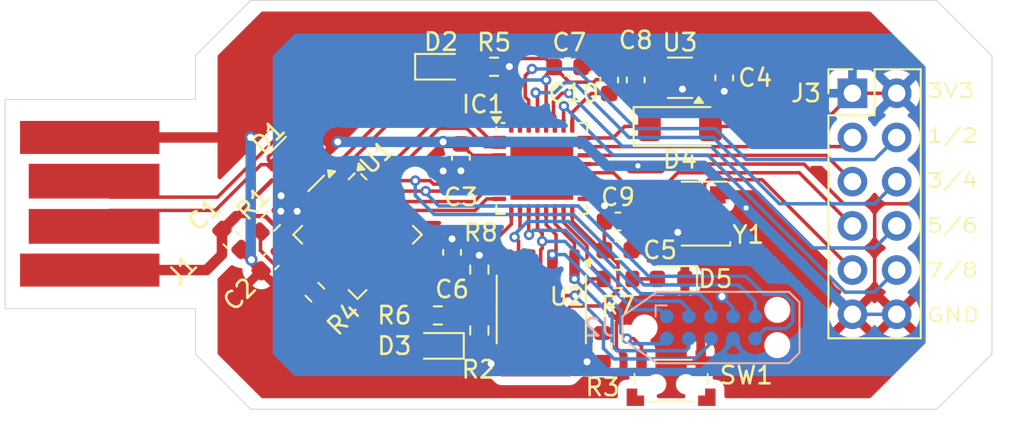
<source format=kicad_pcb>
(kicad_pcb (version 20241229) (generator "pcbnew") (generator_version "9.0")
  (layers (0 "F.Cu" signal) (2 "B.Cu" signal) (13 "F.Paste" user) (15 "B.Paste" user) (5 "F.SilkS" user "F.Silkscreen") (7 "B.SilkS" user "B.Silkscreen") (1 "F.Mask" user) (3 "B.Mask" user) (25 "Edge.Cuts" user))
  (net 0 "")
  (net 1 "GND")
  (net 2 "VBUS")
  (net 3 "+3V3")
  (net 4 "+1V2")
  (net 5 "/DN")
  (net 6 "/DP")
  (net 7 "+2V5")
  (net 8 "/SDI")
  (net 9 "/UART_DTR")
  (net 10 "/GPIO3")
  (net 11 "/GPIO1")
  (net 12 "/GPIO7")
  (net 13 "/CDONE")
  (net 14 "/SCK")
  (net 15 "/CLK32M")
  (net 16 "/GPIO6")
  (net 17 "/GPIO4")
  (net 18 "/CRESET_B")
  (net 19 "/SS")
  (net 20 "/UART_DSR")
  (net 21 "/GPIO2")
  (net 22 "/UART_RXD")
  (net 23 "/UART_DCD")
  (net 24 "/UART_CTS")
  (net 25 "/GPIO5")
  (net 26 "/GPIO8")
  (net 27 "/UART_RTS")
  (net 29 "/UART_RI")
  (net 30 "/SDO")
  (net 31 "/UART_TXD")
  (net 32 "Net-(U1-~{RST})")
  (net 33 "Net-(U2-~{WP}{slash}IO2)")
  (net 34 "Net-(U2-~{HOLD}{slash}IO3)")
  (net 35 "Net-(U1-~{SUSPEND})")
  (net 49 "Net-(D3-A)")
  (net 50 "Net-(D2-A)")
  (net 51 "Net-(D5-A)")
  (footprint "Capacitor_SMD:C_0603_1608Metric" (layer "F.Cu") (at 157.353 93.472 90)
    (property "Reference" "C8")
    (property "Value" "1u")
  )
  (footprint "Resistor_SMD:R_0603_1608Metric" (layer "F.Cu") (at 156.337 104.902)
    (property "Reference" "R7")
    (property "Value" "1k")
  )
  (footprint "Resistor_SMD:R_0603_1608Metric" (layer "F.Cu") (at 148.377999 104.370001 -90)
    (property "Reference" "R8")
    (property "Value" "10K")
  )
  (footprint "Capacitor_SMD:C_0603_1608Metric" (layer "F.Cu") (at 134.152008 102.656008 -45)
    (property "Reference" "C1")
    (property "Value" "1u")
  )
  (footprint "Resistor_SMD:R_0603_1608Metric" (layer "F.Cu") (at 138.938 105.664 -45)
    (property "Reference" "R4")
    (property "Value" "10K")
  )
  (footprint "Package_DFN_QFN:QFN-32-1EP_5x5mm_P0.5mm_EP3.6x3.6mm" (layer "F.Cu") (at 151.962 98.552)
    (property "Reference" "IC1")
    (property "Value" "ICE40LP384-SG32")
  )
  (footprint "Connector_PinHeader_2.54mm:PinHeader_2x06_P2.54mm_Vertical" (layer "F.Cu") (at 169.794 94.234)
    (property "Reference" "J3")
    (property "Value" "Conn_02x06_Odd_Even")
  )
  (footprint "Capacitor_SMD:C_0603_1608Metric" (layer "F.Cu") (at 162.432999 93.345 90)
    (property "Reference" "C4")
    (property "Value" "4u7")
  )
  (footprint "Capacitor_SMD:C_0603_1608Metric" (layer "F.Cu") (at 156.337 101.6)
    (property "Reference" "C9")
    (property "Value" "100n")
  )
  (footprint "Resistor_SMD:R_0603_1608Metric" (layer "F.Cu") (at 148.377999 107.863001 90)
    (property "Reference" "R2")
    (property "Value" "10K")
  )
  (footprint "Capacitor_SMD:C_0603_1608Metric" (layer "F.Cu") (at 156.324 103.251)
    (property "Reference" "C5")
    (property "Value" "1u")
  )
  (footprint "Oscillator:Oscillator_SMD_EuroQuartz_XO32-4Pin_3.2x2.5mm" (layer "F.Cu") (at 161.29 101.151 180)
    (property "Reference" "Y1")
    (property "Value" "XO32")
  )
  (footprint "dpiegdon:CONN-USB-A-PCB-TRACES" (layer "F.Cu") (at 121.11484 100.584 -90)
    (property "Reference" "J1" (hide yes))
    (property "Value" "USB_A" (hide yes))
  )
  (footprint "Capacitor_SMD:C_0603_1608Metric" (layer "F.Cu") (at 153.4475 92.725)
    (property "Reference" "C7")
    (property "Value" "100n")
  )
  (footprint "Capacitor_SMD:C_0603_1608Metric" (layer "F.Cu") (at 136.398 103.886 -135)
    (property "Reference" "C2")
    (property "Value" "100n")
  )
  (footprint "LED_SMD:LED_0603_1608Metric" (layer "F.Cu") (at 146.177 92.71)
    (property "Reference" "D2")
    (property "Value" "LED")
  )
  (footprint "Resistor_SMD:R_0603_1608Metric" (layer "F.Cu") (at 146 107 180)
    (property "Reference" "R6")
    (property "Value" "1k")
  )
  (footprint "Capacitor_SMD:C_0603_1608Metric" (layer "F.Cu") (at 147.32 97.917 90)
    (property "Reference" "C3")
    (property "Value" "100n")
  )
  (footprint "Package_TO_SOT_SMD:SOT-353_SC-70-5" (layer "F.Cu") (at 159.893 93.345 180)
    (property "Reference" "U3")
    (property "Value" "MIC5365-1.2YC5")
  )
  (footprint "Capacitor_SMD:C_0603_1608Metric" (layer "F.Cu") (at 146.812 103.378 -90)
    (property "Reference" "C6")
    (property "Value" "100n")
  )
  (footprint "LED_SMD:LED_0603_1608Metric" (layer "F.Cu") (at 159.385 104.902 180)
    (property "Reference" "D5")
    (property "Value" "LED")
  )
  (footprint "dpiegdon:TS-1224W_Side_Button_2x4x3.3mm_3.5mm_3.8mm_SMD_Aliexpress" (layer "F.Cu") (at 159.385 110.951 180)
    (property "Reference" "SW1")
    (property "Value" "SW_Push")
  )
  (footprint "Diode_SMD:D_MiniMELF" (layer "F.Cu") (at 159.893 96.139)
    (property "Reference" "D4")
    (property "Value" "LL4148")
  )
  (footprint "Resistor_SMD:R_0603_1608Metric" (layer "F.Cu") (at 149.225 92.71 180)
    (property "Reference" "R5")
    (property "Value" "1k")
  )
  (footprint "LED_SMD:LED_0603_1608Metric" (layer "F.Cu") (at 146 108.75 180)
    (property "Reference" "D3")
    (property "Value" "LED")
  )
  (footprint "Package_SO:SOIC-8_3.9x4.9mm_P1.27mm" (layer "F.Cu") (at 151.933999 106.656001 -90)
    (property "Reference" "U2")
    (property "Value" "AT25DF256-XMHN-T")
  )
  (footprint "Resistor_SMD:R_0603_1608Metric" (layer "F.Cu") (at 155.448 108.839 90)
    (property "Reference" "R3")
    (property "Value" "10K")
  )
  (footprint "Resistor_SMD:R_0603_1608Metric" (layer "F.Cu") (at 136.398 101.6 -135)
    (property "Reference" "R1")
    (property "Value" "4k7")
  )
  (footprint "Package_TO_SOT_SMD:SOT-143" (layer "F.Cu") (at 137.922 98.298 -135)
    (property "Reference" "D1")
    (property "Value" "PRTR5V0U2X")
  )
  (footprint "Package_DFN_QFN:QFN-28-1EP_5x5mm_P0.5mm_EP3.35x3.35mm" (layer "F.Cu") (at 141.387751 102.361072 -45)
    (property "Reference" "U1")
    (property "Value" "CP2102-QFN28")
  )
  (footprint "Capacitor_SMD:C_0603_1608Metric" (layer "F.Cu") (at 155.829 93.472 -90)
    (property "Reference" "C10")
    (property "Value" "100n")
  )
  (footprint "Connector:Tag-Connect_TC2050-IDC-NL_2x05_P1.27mm_Vertical" (layer "B.Cu") (at 161.671 107.696)
    (property "Reference" "J2")
    (property "Value" "TC2050")
  )
  (gr_line (start 132.08 106.6038) (end 121.158 106.6038) (stroke (width 0.05)) (layer "Edge.Cuts"))
  (gr_line (start 174.625 88.9) (end 177.8 92.075) (stroke (width 0.05)) (layer "Edge.Cuts"))
  (gr_line (start 132.08 92.075) (end 135.255 88.9) (stroke (width 0.05)) (layer "Edge.Cuts"))
  (gr_line (start 132.08 94.5896) (end 132.08 92.075) (stroke (width 0.05)) (layer "Edge.Cuts"))
  (gr_line (start 135.255 112.395) (end 132.08 109.22) (stroke (width 0.05)) (layer "Edge.Cuts"))
  (gr_line (start 121.158 94.5896) (end 132.08 94.5896) (stroke (width 0.05)) (layer "Edge.Cuts"))
  (gr_line (start 174.625 112.395) (end 135.255 112.395) (stroke (width 0.05)) (layer "Edge.Cuts"))
  (gr_line (start 132.08 109.22) (end 132.08 106.6038) (stroke (width 0.05)) (layer "Edge.Cuts"))
  (gr_line (start 135.255 88.9) (end 174.625 88.9) (stroke (width 0.05)) (layer "Edge.Cuts"))
  (gr_line (start 177.8 109.22) (end 174.625 112.395) (stroke (width 0.05)) (layer "Edge.Cuts"))
  (gr_line (start 121.158 106.6038) (end 121.158 94.5896) (stroke (width 0.05)) (layer "Edge.Cuts"))
  (gr_line (start 177.8 92.075) (end 177.8 109.22) (stroke (width 0.05)) (layer "Edge.Cuts"))
  (gr_text "3V3\n\n1/2\n\n3/4\n\n5/6\n\n7/8\n\nGND" (at 173.99 107.442 0) (layer "F.SilkS") (effects (font (size 0.8 1) (thickness 0.1)) (justify left bottom)))
  (segment (start 161.544 106.68) (end 156.972 106.68) (width 0.2) (layer "F.Cu") (net 1))
  (segment (start 146.787501 108.75) (end 146.787501 110.387499) (width 0.2) (layer "F.Cu") (net 1))
  (segment (start 146.3 97.028) (end 146.3 97.084) (width 0.2) (layer "F.Cu") (net 1))
  (segment (start 139.51299 98.474776) (end 139.51299 99.779204) (width 0.2) (layer "F.Cu") (net 1))
  (segment (start 162.306 105.918) (end 161.544 106.68) (width 0.2) (layer "F.Cu") (net 1))
  (segment (start 162.976 100.076) (end 162.065 100.076) (width 0.2) (layer "F.Cu") (net 1))
  (segment (start 171.069 105.659) (end 169.794 106.934) (width 0.2) (layer "F.Cu") (net 1))
  (segment (start 168.56 105.7) (end 169.794 106.934) (width 0.2) (layer "F.Cu") (net 1))
  (segment (start 162.306 105.918) (end 162.306 105.065) (width 0.2) (layer "F.Cu") (net 1))
  (segment (start 146.358 97.142) (end 147.32 97.142) (width 0.2) (layer "F.Cu") (net 1))
  (segment (start 173.228 100.584) (end 173.863 101.219) (width 0.2) (layer "F.Cu") (net 1))
  (segment (start 136.279 95.75) (end 135.255 96.774) (width 0.2) (layer "F.Cu") (net 1))
  (segment (start 162.524 105.7) (end 168.56 105.7) (width 0.2) (layer "F.Cu") (net 1))
  (segment (start 157.48 98.302) (end 157.48 98.402) (width 0.2) (layer "F.Cu") (net 1))
  (segment (start 134.704016 103.204016) (end 135.3 103.8) (width 0.2) (layer "F.Cu") (net 1))
  (segment (start 169.291 100.584) (end 171.069 100.584) (width 0.2) (layer "F.Cu") (net 1))
  (segment (start 146.812 104.153) (end 145.020072 102.361072) (width 0.2) (layer "F.Cu") (net 1))
  (segment (start 162.306 105.918) (end 162.524 105.7) (width 0.2) (layer "F.Cu") (net 1))
  (segment (start 140.25 97.028) (end 139.573 97.705) (width 0.2) (layer "F.Cu") (net 1))
  (segment (start 154.412 98.302) (end 157.48 98.302) (width 0.2) (layer "F.Cu") (net 1))
  (segment (start 138.972 95.75) (end 136.279 95.75) (width 0.2) (layer "F.Cu") (net 1))
  (segment (start 157.226 103.378) (end 157.099 103.251) (width 0.2) (layer "F.Cu") (net 1))
  (segment (start 139.159437 98.121223) (end 139.51299 98.474776) (width 0.2) (layer "F.Cu") (net 1))
  (segment (start 167.009 98.302) (end 169.291 100.584) (width 0.2) (layer "F.Cu") (net 1))
  (segment (start 135.849992 104.434008) (end 137.663347 106.247363) (width 0.2) (layer "F.Cu") (net 1))
  (segment (start 145.020072 102.361072) (end 141.387751 102.361072) (width 0.2) (layer "F.Cu") (net 1))
  (segment (start 140.640637 106.247363) (end 141.387751 105.500249) (width 0.2) (layer "F.Cu") (net 1))
  (segment (start 126.01484 96.774) (end 135.255 96.774) (width 0.6) (layer "F.Cu") (net 1))
  (segment (start 146.3 97.084) (end 146.358 97.142) (width 0.2) (layer "F.Cu") (net 1))
  (segment (start 160.59813 93.345) (end 160.842999 93.345) (width 0.2) (layer "F.Cu") (net 1))
  (segment (start 149.511999 97.802) (end 147.98 97.802) (width 0.2) (layer "F.Cu") (net 1))
  (segment (start 171.069 100.584) (end 173.228 100.584) (width 0.2) (layer "F.Cu") (net 1))
  (segment (start 140.225237 106.247363) (end 140.640637 106.247363) (width 0.2) (layer "F.Cu") (net 1))
  (segment (start 139.573 97.705) (end 139.573 97.70766) (width 0.2) (layer "F.Cu") (net 1))
  (segment (start 173.863 101.219) (end 173.863 105.405) (width 0.2) (layer "F.Cu") (net 1))
  (segment (start 146.812 104.153) (end 146.905001 104.246001) (width 0.2) (layer "F.Cu") (net 1))
  (segment (start 155.829 92.697) (end 157.353 92.697) (width 0.2) (layer "F.Cu") (net 1))
  (segment (start 147.98 97.802) (end 147.32 97.142) (width 0.2) (layer "F.Cu") (net 1))
  (segment (start 158.102 91.948) (end 159.20113 91.948) (width 0.2) (layer "F.Cu") (net 1))
  (segment (start 171.069 100.584) (end 171.069 105.659) (width 0.2) (layer "F.Cu") (net 1))
  (segment (start 141.387751 105.500249) (end 141.387751 102.361072) (width 0.2) (layer "F.Cu") (net 1))
  (segment (start 134.700016 103.204016) (end 134.704016 103.204016) (width 0.2) (layer "F.Cu") (net 1))
  (segment (start 156.718 109.347) (end 156.718 110.109) (width 0.2) (layer "F.Cu") (net 1))
  (segment (start 163.687 100.787) (end 162.976 100.076) (width 0.2) (layer "F.Cu") (net 1))
  (segment (start 156.718 110.109) (end 155.956 110.871) (width 0.2) (layer "F.Cu") (net 1))
  (segment (start 140.008893 100.275107) (end 141.387751 101.653965) (width 0.2) (layer "F.Cu") (net 1))
  (segment (start 139.51299 99.779204) (end 140.008893 100.275107) (width 0.2) (layer "F.Cu") (net 1))
  (segment (start 139.573 97.70766) (end 139.159437 98.121223) (width 0.2) (layer "F.Cu") (net 1))
  (segment (start 157.099 103.251) (end 157.099 102.362) (width 0.2) (layer "F.Cu") (net 1))
  (segment (start 155.801 92.725) (end 155.829 92.697) (width 0.2) (layer "F.Cu") (net 1))
  (segment (start 157.099 102.362) (end 157.099 101.613) (width 0.2) (layer "F.Cu") (net 1))
  (segment (start 140.25 97.028) (end 138.972 95.75) (width 0.2) (layer "F.Cu") (net 1))
  (segment (start 157.353 92.697) (end 158.102 91.948) (width 0.2) (layer "F.Cu") (net 1))
  (segment (start 156.244 108.873) (end 156.718 109.347) (width 0.2) (layer "F.Cu") (net 1))
  (segment (start 139.521363 106.247363) (end 140.225237 106.247363) (width 0.2) (layer "F.Cu") (net 1))
  (segment (start 137.663347 106.247363) (end 139.521363 106.247363) (width 0.2) (layer "F.Cu") (net 1))
  (segment (start 159.20113 91.948) (end 160.59813 93.345) (width 0.2) (layer "F.Cu") (net 1))
  (segment (start 173.863 105.405) (end 172.334 106.934) (width 0.2) (layer "F.Cu") (net 1))
  (segment (start 156.972 106.68) (end 156.244 107.408) (width 0.2) (layer "F.Cu") (net 1))
  (segment (start 146.905001 104.246001) (end 149.963999 104.246001) (width 0.2) (layer "F.Cu") (net 1))
  (segment (start 163.687 100.827) (end 163.687 100.787) (width 0.2) (layer "F.Cu") (net 1))
  (segment (start 154.2225 92.725) (end 155.801 92.725) (width 0.2) (layer "F.Cu") (net 1))
  (segment (start 157.099 101.613) (end 157.112 101.6) (width 0.2) (layer "F.Cu") (net 1))
  (segment (start 156.244 107.408) (end 156.244 108.873) (width 0.2) (layer "F.Cu") (net 1))
  (segment (start 162.306 105.065) (end 160.619 103.378) (width 0.2) (layer "F.Cu") (net 1))
  (segment (start 141.387751 101.653965) (end 141.387751 102.361072) (width 0.2) (layer "F.Cu") (net 1))
  (segment (start 157.48 98.302) (end 167.009 98.302) (width 0.2) (layer "F.Cu") (net 1))
  (segment (start 160.619 103.378) (end 157.226 103.378) (width 0.2) (layer "F.Cu") (net 1))
  (segment (start 149.963999 104.246001) (end 150.028999 104.181001) (width 0.2) (layer "F.Cu") (net 1))
  (via (at 162.306 105.918) (size 0.7) (drill 0.4) (layers "F.Cu" "B.Cu") (net 1))
  (via (at 157.48 98.402) (size 0.6) (drill 0.3) (layers "F.Cu" "B.Cu") (net 1))
  (via (at 146.3 97.028) (size 0.7) (drill 0.4) (layers "F.Cu" "B.Cu") (net 1))
  (via (at 135.3 103.8) (size 0.7) (drill 0.4) (layers "F.Cu" "B.Cu") (net 1))
  (via (at 140.25 97.028) (size 0.7) (drill 0.4) (layers "F.Cu" "B.Cu") (net 1))
  (via (at 135.255 96.774) (size 0.7) (drill 0.4) (layers "F.Cu" "B.Cu") (net 1))
  (via (at 163.687 100.827) (size 0.6) (drill 0.3) (layers "F.Cu" "B.Cu") (net 1))
  (segment (start 146.3 97.2) (end 146.3 97.028) (width 0.2) (layer "B.Cu") (net 1))
  (segment (start 155.679 98.402) (end 154.305 97.028) (width 0.6) (layer "B.Cu") (net 1))
  (segment (start 140.25 97.028) (end 146.3 97.028) (width 0.6) (layer "B.Cu") (net 1))
  (segment (start 161.262 98.402) (end 163.687 100.827) (width 0.6) (layer "B.Cu") (net 1))
  (segment (start 154.305 97.028) (end 146.3 97.028) (width 0.6) (layer "B.Cu") (net 1))
  (segment (start 163.687 100.827) (end 169.794 106.934) (width 0.6) (layer "B.Cu") (net 1))
  (segment (start 162.941 106.553) (end 162.941 107.061) (width 0.2) (layer "B.Cu") (net 1))
  (segment (start 169.794 106.934) (end 172.334 106.934) (width 0.2) (layer "B.Cu") (net 1))
  (segment (start 157.48 98.402) (end 161.262 98.402) (width 0.6) (layer "B.Cu") (net 1))
  (segment (start 157.48 98.402) (end 155.679 98.402) (width 0.6) (layer "B.Cu") (net 1))
  (segment (start 135.255 103.755) (end 135.255 96.774) (width 0.6) (layer "B.Cu") (net 1))
  (segment (start 162.306 105.918) (end 162.941 106.553) (width 0.2) (layer "B.Cu") (net 1))
  (segment (start 137.521 102.763) (end 137.521 102.723) (width 0.25) (layer "F.Cu") (net 2))
  (segment (start 126.01484 104.394) (end 132.715 104.394) (width 0.6) (layer "F.Cu") (net 2))
  (segment (start 138.284856 102.723) (end 138.594679 103.032823) (width 0.25) (layer "F.Cu") (net 2))
  (segment (start 137.459787 99.25) (end 137.886645 99.676858) (width 0.25) (layer "F.Cu") (net 2))
  (segment (start 138.303 101.981) (end 136.779 101.981) (width 0.25) (layer "F.Cu") (net 2))
  (segment (start 136.462 99.25) (end 137.459787 99.25) (width 0.25) (layer "F.Cu") (net 2))
  (segment (start 132.715 104.394) (end 133.604 103.505) (width 0.6) (layer "F.Cu") (net 2))
  (segment (start 136.655431 101.857431) (end 137.521 102.723) (width 0.25) (layer "F.Cu") (net 2))
  (segment (start 137.521 102.723) (end 138.284856 102.723) (width 0.25) (layer "F.Cu") (net 2))
  (segment (start 138.594679 101.689321) (end 138.303 101.981) (width 0.25) (layer "F.Cu") (net 2))
  (segment (start 133.604 102.108) (end 134.42129 101.29071) (width 0.6) (layer "F.Cu") (net 2))
  (segment (start 136.08871 101.29071) (end 135.32671 101.29071) (width 0.25) (layer "F.Cu") (net 2))
  (segment (start 136.655431 101.857431) (end 136.08871 101.29071) (width 0.25) (layer "F.Cu") (net 2))
  (segment (start 136.946008 103.337992) (end 137.521 102.763) (width 0.25) (layer "F.Cu") (net 2))
  (segment (start 134.42129 101.29071) (end 135.32671 101.29071) (width 0.25) (layer "F.Cu") (net 2))
  (segment (start 136.779 101.981) (end 136.655431 101.857431) (width 0.25) (layer "F.Cu") (net 2))
  (segment (start 133.604 103.505) (end 133.604 102.108) (width 0.6) (layer "F.Cu") (net 2))
  (segment (start 134.42129 101.29071) (end 136.462 99.25) (width 0.25) (layer "F.Cu") (net 2))
  (segment (start 155.3713 103.251) (end 155.549 103.251) (width 0.2) (layer "F.Cu") (net 3))
  (segment (start 155.448 109.664) (end 154.559 109.664) (width 0.2) (layer "F.Cu") (net 3))
  (segment (start 155.4155 106.4585) (end 156.337 105.537) (width 0.2) (layer "F.Cu") (net 3))
  (segment (start 161.167999 93.995) (end 160.843 93.995) (width 0.2) (layer "F.Cu") (net 3))
  (segment (start 153.838999 109.131001) (end 153.838999 110.106) (width 0.2) (layer "F.Cu") (net 3))
  (segment (start 148.377999 103.545001) (end 147.754001 103.545001) (width 0.2) (layer "F.Cu") (net 3))
  (segment (start 155.663 100.698) (end 155.562 100.698) (width 0.2) (layer "F.Cu") (net 3))
  (segment (start 153.537998 110.407001) (end 151.638 110.407001) (width 0.2) (layer "F.Cu") (net 3))
  (segment (start 155.549 102.362) (end 155.549 101.613) (width 0.2) (layer "F.Cu") (net 3))
  (segment (start 149.053515 109.772485) (end 149.688031 110.407001) (width 0.2) (layer "F.Cu") (net 3))
  (segment (start 147.32 98.692) (end 147.71 98.302) (width 0.2) (layer "F.Cu") (net 3))
  (segment (start 160.843 93.995) (end 160.035 93.995) (width 0.2) (layer "F.Cu") (net 3))
  (segment (start 151.638 110.407001) (end 149.688031 110.407001) (width 0.2) (layer "F.Cu") (net 3))
  (segment (start 169.794 94.234) (end 172.334 94.234) (width 0.2) (layer "F.Cu") (net 3))
  (segment (start 155.562 100.825) (end 155.562 101.6) (width 0.2) (layer "F.Cu") (net 3))
  (segment (start 153.711999 101.591699) (end 155.3713 103.251) (width 0.2) (layer "F.Cu") (net 3))
  (segment (start 155.549 101.613) (end 155.562 101.6) (width 0.2) (layer "F.Cu") (net 3))
  (segment (start 153.838999 110.106) (end 153.537998 110.407001) (width 0.2) (layer "F.Cu") (net 3))
  (segment (start 160.515 102.226) (end 159.766 102.226) (width 0.2) (layer "F.Cu") (net 3))
  (segment (start 160.515 102.226) (end 162.065 102.226) (width 0.2) (layer "F.Cu") (net 3))
  (segment (start 153.5465 93.599) (end 152.6725 92.725) (width 0.2) (layer "F.Cu") (net 3))
  (segment (start 153.711999 101.002) (end 153.711999 101.591699) (width 0.2) (layer "F.Cu") (net 3))
  (segment (start 152.6725 92.725) (end 152.212 93.1855) (width 0.2) (layer "F.Cu") (net 3))
  (segment (start 156.337 105.537) (end 156.337 104.039) (width 0.2) (layer "F.Cu") (net 3))
  (segment (start 147.71 98.302) (end 149.512 98.302) (width 0.2) (layer "F.Cu") (net 3))
  (segment (start 161.643 96.139) (end 167.889 96.139) (width 0.2) (layer "F.Cu") (net 3))
  (segment (start 151.967999 110.077002) (end 151.967999 108.115033) (width 0.2) (layer "F.Cu") (net 3))
  (segment (start 155.165999 100.301999) (end 155.562 100.698) (width 0.2) (layer "F.Cu") (net 3))
  (segment (start 147.32 98.692) (end 146.308 98.692) (width 0.2) (layer "F.Cu") (net 3))
  (segment (start 154.559 109.664) (end 154.371998 109.664) (width 0.2) (layer "F.Cu") (net 3))
  (segment (start 161.468999 93.694) (end 161.167999 93.995) (width 0.2) (layer "F.Cu") (net 3))
  (segment (start 161.087869 92.695) (end 161.468999 93.07613) (width 0.2) (layer "F.Cu") (net 3))
  (segment (start 146.812 102.603) (end 146.825 102.616) (width 0.2) (layer "F.Cu") (net 3))
  (segment (start 167.889 96.139) (end 169.794 94.234) (width 0.2) (layer "F.Cu") (net 3))
  (segment (start 154.94 93.599) (end 153.5465 93.599) (width 0.2) (layer "F.Cu") (net 3))
  (segment (start 147.754001 103.545001) (end 146.812 102.603) (width 0.2) (layer "F.Cu") (net 3))
  (segment (start 136.981363 101.016637) (end 136.981363 100.143637) (width 0.25) (layer "F.Cu") (net 3))
  (segment (start 152.212 93.1855) (end 152.212 93.472) (width 0.2) (layer "F.Cu") (net 3))
  (segment (start 152.1835 92.236) (end 152.6725 92.725) (width 0.2) (layer "F.Cu") (net 3))
  (segment (start 158.251 100.711) (end 155.676 100.711) (width 0.2) (layer "F.Cu") (net 3))
  (segment (start 152.212 96.102) (end 152.212 93.472) (width 0.2) (layer "F.Cu") (net 3))
  (segment (start 161.468999 93.07613) (end 161.468999 93.694) (width 0.2) (layer "F.Cu") (net 3))
  (segment (start 162.307999 93.995) (end 162.432999 94.12) (width 0.2) (layer "F.Cu") (net 3))
  (segment (start 155.549 103.251) (end 155.549 102.362) (width 0.2) (layer "F.Cu") (net 3))
  (segment (start 153.624532 106.4585) (end 155.4155 106.4585) (width 0.2) (layer "F.Cu") (net 3))
  (segment (start 155.562 100.698) (end 155.562 100.825) (width 0.2) (layer "F.Cu") (net 3))
  (segment (start 148.422999 103.545001) (end 148.377999 103.545001) (width 0.2) (layer "F.Cu") (net 3))
  (segment (start 159.766 102.226) (end 158.251 100.711) (width 0.2) (layer "F.Cu") (net 3))
  (segment (start 137.922 101.016637) (end 136.981363 101.016637) (width 0.25) (layer "F.Cu") (net 3))
  (segment (start 160.843 92.695) (end 161.087869 92.695) (width 0.2) (layer "F.Cu") (net 3))
  (segment (start 161.643 96.139) (end 161.643 95.405) (width 0.2) (layer "F.Cu") (net 3))
  (segment (start 155.091 93.448) (end 154.94 93.599) (width 0.2) (layer "F.Cu") (net 3))
  (segment (start 146.308 98.692) (end 146.3 98.7) (width 0.2) (layer "F.Cu") (net 3))
  (segment (start 151.638 110.407001) (end 151.967999 110.077002) (width 0.2) (layer "F.Cu") (net 3))
  (segment (start 161.643 95.405) (end 162.432999 94.615001) (width 0.2) (layer "F.Cu") (net 3))
  (segment (start 150.05 92.71) (end 150.524 92.236) (width 0.2) (layer "F.Cu") (net 3))
  (segment (start 150.212001 101.755999) (end 148.422999 103.545001) (width 0.2) (layer "F.Cu") (net 3))
  (segment (start 154.371998 109.664) (end 153.838999 109.131001) (width 0.2) (layer "F.Cu") (net 3))
  (segment (start 160.035 93.995) (end 159.488 93.448) (width 0.2) (layer "F.Cu") (net 3))
  (segment (start 148.377999 108.688001) (end 148.377999 109.096969) (width 0.2) (layer "F.Cu") (net 3))
  (segment (start 160.843 93.995) (end 162.307999 93.995) (width 0.2) (layer "F.Cu") (net 3))
  (segment (start 137.922 101.016637) (end 138.629103 101.016637) (width 0.25) (layer "F.Cu") (net 3))
  (segment (start 138.629103 101.016637) (end 138.948233 101.335767) (width 0.25) (layer "F.Cu") (net 3))
  (segment (start 150.524 92.236) (end 152.1835 92.236) (width 0.2) (layer "F.Cu") (net 3))
  (segment (start 150.212001 101.002) (end 150.212001 101.755999) (width 0.2) (layer "F.Cu") (net 3))
  (segment (start 136.981363 100.143637) (end 137 100.125) (width 0.25) (layer "F.Cu") (net 3))
  (segment (start 148.377999 109.096969) (end 149.053515 109.772485) (width 0.2) (layer "F.Cu") (net 3))
  (segment (start 156.337 104.039) (end 155.549 103.251) (width 0.2) (layer "F.Cu") (net 3))
  (segment (start 154.412 100.301999) (end 155.165999 100.301999) (width 0.2) (layer "F.Cu") (net 3))
  (segment (start 159.488 93.448) (end 155.091 93.448) (width 0.2) (layer "F.Cu") (net 3))
  (segment (start 155.676 100.711) (end 155.663 100.698) (width 0.2) (layer "F.Cu") (net 3))
  (segment (start 160.843 94.041) (end 160.843 93.995) (width 0.2) (layer "F.Cu") (net 3))
  (segment (start 151.967999 108.115033) (end 153.624532 106.4585) (width 0.2) (layer "F.Cu") (net 3))
  (segment (start 162.432999 94.615001) (end 162.432999 94.12) (width 0.2) (layer "F.Cu") (net 3))
  (via (at 147.32 98.692) (size 0.7) (drill 0.4) (layers "F.Cu" "B.Cu") (net 3))
  (via (at 159.766 102.226) (size 0.7) (drill 0.4) (layers "F.Cu" "B.Cu") (net 3))
  (via (at 137.922 101.016637) (size 0.7) (drill 0.4) (layers "F.Cu" "B.Cu") (net 3))
  (via (at 146.812 102.603) (size 0.7) (drill 0.4) (layers "F.Cu" "B.Cu") (net 3))
  (via (at 150.1 92.7) (size 0.7) (drill 0.4) (layers "F.Cu" "B.Cu") (net 3))
  (via (at 137 100.125) (size 0.7) (drill 0.4) (layers "F.Cu" "B.Cu") (net 3))
  (via (at 146.3 98.7) (size 0.7) (drill 0.4) (layers "F.Cu" "B.Cu") (net 3))
  (via (at 160.035 93.995) (size 0.7) (drill 0.4) (layers "F.Cu" "B.Cu") (net 3))
  (via (at 152.212 93.472) (size 0.6) (drill 0.3) (layers "F.Cu" "B.Cu") (net 3))
  (via (at 154.559 109.664) (size 0.7) (drill 0.4) (layers "F.Cu" "B.Cu") (net 3))
  (via (at 155.562 100.698) (size 0.7) (drill 0.4) (layers "F.Cu" "B.Cu") (net 3))
  (via (at 149.053515 109.772485) (size 0.7) (drill 0.4) (layers "F.Cu" "B.Cu") (net 3))
  (via (at 136.981363 101.016637) (size 0.7) (drill 0.4) (layers "F.Cu" "B.Cu") (net 3))
  (via (at 148.377999 103.545001) (size 0.7) (drill 0.4) (layers "F.Cu" "B.Cu") (net 3))
  (via (at 162.432999 94.12) (size 0.7) (drill 0.4) (layers "F.Cu" "B.Cu") (net 3))
  (segment (start 150.6835 93.472) (end 150.1 92.8885) (width 0.2) (layer "B.Cu") (net 3))
  (segment (start 155.004 110.109) (end 154.559 109.664) (width 0.2) (layer "B.Cu") (net 3))
  (segment (start 150.1 92.8885) (end 150.1 92.7) (width 0.2) (layer "B.Cu") (net 3))
  (segment (start 161.39375 110.109) (end 155.004 110.109) (width 0.2) (layer "B.Cu") (net 3))
  (segment (start 162.941 108.331) (end 162.941 108.56175) (width 0.2) (layer "B.Cu") (net 3))
  (segment (start 152.212 93.472) (end 150.6835 93.472) (width 0.2) (layer "B.Cu") (net 3))
  (segment (start 162.941 108.56175) (end 161.39375 110.109) (width 0.2) (layer "B.Cu") (net 3))
  (segment (start 158.943 93.995) (end 157.605 93.995) (width 0.2) (layer "F.Cu") (net 4))
  (segment (start 154.8 94.247) (end 155.829 94.247) (width 0.2) (layer "F.Cu") (net 4))
  (segment (start 153.711999 96.102) (end 153.711999 95.335001) (width 0.2) (layer "F.Cu") (net 4))
  (segment (start 155.829 94.247) (end 157.353 94.247) (width 0.2) (layer "F.Cu") (net 4))
  (segment (start 153.711999 95.335001) (end 154.8 94.247) (width 0.2) (layer "F.Cu") (net 4))
  (segment (start 157.605 93.995) (end 157.353 94.247) (width 0.2) (layer "F.Cu") (net 4))
  (segment (start 137.541 98.410559) (end 137.541 97.536) (width 0.2) (layer "F.Cu") (net 5))
  (segment (start 137.325142 97.320142) (end 136.833908 97.320142) (width 0.2) (layer "F.Cu") (net 5))
  (segment (start 136.271 97.88305) (end 136.271 98.061213) (width 0.2) (layer "F.Cu") (net 5))
  (segment (start 136.271 98.061213) (end 136.543142 98.333355) (width 0.2) (layer "F.Cu") (net 5))
  (segment (start 126.26484 101.884) (end 127.18384 100.965) (width 0.2) (layer "F.Cu") (net 5))
  (segment (start 127.18384 100.965) (end 133.223 100.965) (width 0.2) (layer "F.Cu") (net 5))
  (segment (start 136.833908 97.320142) (end 136.271 97.88305) (width 0.2) (layer "F.Cu") (net 5))
  (segment (start 139.301786 100.982214) (end 138.691221 100.371649) (width 0.2) (layer "F.Cu") (net 5))
  (segment (start 137.541 97.536) (end 137.325142 97.320142) (width 0.2) (layer "F.Cu") (net 5))
  (segment (start 133.223 100.965) (end 135.854645 98.333355) (width 0.2) (layer "F.Cu") (net 5))
  (segment (start 138.691221 100.371649) (end 138.691221 99.56078) (width 0.2) (layer "F.Cu") (net 5))
  (segment (start 138.691221 99.56078) (end 137.541 98.410559) (width 0.2) (layer "F.Cu") (net 5))
  (segment (start 135.854645 98.333355) (end 136.543142 98.333355) (width 0.2) (layer "F.Cu") (net 5))
  (segment (start 137.957355 98.259814) (end 139.092221 99.39468) (width 0.2) (layer "F.Cu") (net 6))
  (segment (start 136.633858 96.919142) (end 133.35 100.203) (width 0.2) (layer "F.Cu") (net 6))
  (segment (start 139.092221 99.39468) (end 139.092221 100.065542) (width 0.2) (layer "F.Cu") (net 6))
  (segment (start 137.957355 96.919142) (end 136.633858 96.919142) (width 0.2) (layer "F.Cu") (net 6))
  (segment (start 127.18384 100.203) (end 126.26484 99.284) (width 0.2) (layer "F.Cu") (net 6))
  (segment (start 133.35 100.203) (end 127.18384 100.203) (width 0.2) (layer "F.Cu") (net 6))
  (segment (start 137.957355 96.919142) (end 137.957355 98.259814) (width 0.2) (layer "F.Cu") (net 6))
  (segment (start 139.092221 100.065542) (end 139.655339 100.62866) (width 0.2) (layer "F.Cu") (net 6))
  (segment (start 156.718 96.139) (end 158.143 96.139) (width 0.2) (layer "F.Cu") (net 7))
  (segment (start 154.412 96.802001) (end 156.054999 96.802001) (width 0.2) (layer "F.Cu") (net 7))
  (segment (start 156.054999 96.802001) (end 156.718 96.139) (width 0.2) (layer "F.Cu") (net 7))
  (segment (start 152.781 102.362) (end 152.212 101.793) (width 0.2) (layer "F.Cu") (net 8))
  (segment (start 157.685 109.601) (end 157.685 108.79) (width 0.2) (layer "F.Cu") (net 8))
  (segment (start 152.781 103.969) (end 152.781 102.362) (width 0.2) (layer "F.Cu") (net 8))
  (segment (start 157.685 108.79) (end 157.226 108.331) (width 0.2) (layer "F.Cu") (net 8))
  (segment (start 152.212 101.793) (end 152.212 101.002) (width 0.2) (layer "F.Cu") (net 8))
  (segment (start 157.226 108.331) (end 156.845 108.331) (width 0.2) (layer "F.Cu") (net 8))
  (segment (start 152.568999 104.181001) (end 152.781 103.969) (width 0.2) (layer "F.Cu") (net 8))
  (via (at 156.845 108.331) (size 0.6) (drill 0.3) (layers "F.Cu" "B.Cu") (net 8))
  (via (at 152.568999 103.505) (size 0.6) (drill 0.3) (layers "F.Cu" "B.Cu") (net 8))
  (segment (start 156.5 107.986) (end 156.5 106.713058) (width 0.2) (layer "B.Cu") (net 8))
  (segment (start 156.845 108.331) (end 156.5 107.986) (width 0.2) (layer "B.Cu") (net 8))
  (segment (start 156.5 106.713058) (end 153.291942 103.505) (width 0.2) (layer "B.Cu") (net 8))
  (segment (start 158.8373 108.6247) (end 159.131 108.331) (width 0.2) (layer "B.Cu") (net 8))
  (segment (start 157.1387 108.6247) (end 158.8373 108.6247) (width 0.2) (layer "B.Cu") (net 8))
  (segment (start 156.845 108.331) (end 157.1387 108.6247) (width 0.2) (layer "B.Cu") (net 8))
  (segment (start 153.291942 103.505) (end 152.568999 103.505) (width 0.2) (layer "B.Cu") (net 8))
  (segment (start 148.872001 96.802001) (end 149.512 96.802001) (width 0.2) (layer "F.Cu") (net 9))
  (segment (start 142.059502 99.568) (end 145.829502 95.798) (width 0.2) (layer "F.Cu") (net 9))
  (segment (start 145.829502 95.798) (end 147.868 95.798) (width 0.2) (layer "F.Cu") (net 9))
  (segment (start 147.868 95.798) (end 148.872001 96.802001) (width 0.2) (layer "F.Cu") (net 9))
  (segment (start 169.794 99.314) (end 168.282 97.802) (width 0.2) (layer "F.Cu") (net 10))
  (segment (start 168.282 97.802) (end 154.412001 97.802) (width 0.2) (layer "F.Cu") (net 10))
  (segment (start 169.266 97.302) (end 169.794 96.774) (width 0.2) (layer "F.Cu") (net 11))
  (segment (start 154.412 97.302) (end 169.266 97.302) (width 0.2) (layer "F.Cu") (net 11))
  (segment (start 158.857 100.31) (end 159.639 101.092) (width 0.2) (layer "F.Cu") (net 12))
  (segment (start 161.528 99.203) (end 164.603 99.203) (width 0.2) (layer "F.Cu") (net 12))
  (segment (start 161.314 100.814) (end 161.314 99.417) (width 0.2) (layer "F.Cu") (net 12))
  (segment (start 161.314 99.417) (end 161.528 99.203) (width 0.2) (layer "F.Cu") (net 12))
  (segment (start 156.19 100.31) (end 158.857 100.31) (width 0.2) (layer "F.Cu") (net 12))
  (segment (start 161.036 101.092) (end 161.314 100.814) (width 0.2) (layer "F.Cu") (net 12))
  (segment (start 155.682 99.802) (end 156.19 100.31) (width 0.2) (layer "F.Cu") (net 12))
  (segment (start 154.412 99.802) (end 155.682 99.802) (width 0.2) (layer "F.Cu") (net 12))
  (segment (start 159.639 101.092) (end 161.036 101.092) (width 0.2) (layer "F.Cu") (net 12))
  (segment (start 164.603 99.203) (end 169.794 104.394) (width 0.2) (layer "F.Cu") (net 12))
  (segment (start 151.212 102.19) (end 151.212 101.002001) (width 0.2) (layer "F.Cu") (net 13))
  (segment (start 151.229999 102.368343) (end 151.229999 102.207999) (width 0.2) (layer "F.Cu") (net 13))
  (segment (start 151.229999 102.207999) (end 151.212 102.19) (width 0.2) (layer "F.Cu") (net 13))
  (via (at 151.229999 102.368343) (size 0.6) (drill 0.3) (layers "F.Cu" "B.Cu") (net 13))
  (segment (start 151.229999 102.368343) (end 151.490342 102.108) (width 0.2) (layer "B.Cu") (net 13))
  (segment (start 157.3875 106.172) (end 159.922 106.172) (width 0.2) (layer "B.Cu") (net 13))
  (segment (start 159.922 106.172) (end 160.401 106.651) (width 0.2) (layer "B.Cu") (net 13))
  (segment (start 160.401 106.651) (end 160.401 107.061) (width 0.2) (layer "B.Cu") (net 13))
  (segment (start 151.490342 102.108) (end 153.3235 102.108) (width 0.2) (layer "B.Cu") (net 13))
  (segment (start 153.3235 102.108) (end 157.3875 106.172) (width 0.2) (layer "B.Cu") (net 13))
  (segment (start 153.3495 105.8575) (end 153.8575 105.8575) (width 0.2) (layer "F.Cu") (net 14))
  (segment (start 151.298999 107.908001) (end 153.3495 105.8575) (width 0.2) (layer "F.Cu") (net 14))
  (segment (start 153.8575 105.8575) (end 154.813 104.902) (width 0.2) (layer "F.Cu") (net 14))
  (segment (start 153.212 101.6588) (end 153.212 101.002) (width 0.2) (layer "F.Cu") (net 14))
  (segment (start 151.298999 109.131001) (end 151.298999 107.908001) (width 0.2) (layer "F.Cu") (net 14))
  (segment (start 155.512 104.902) (end 154.559 103.949) (width 0.2) (layer "F.Cu") (net 14))
  (segment (start 154.813 104.902) (end 155.512 104.902) (width 0.2) (layer "F.Cu") (net 14))
  (segment (start 154.559 103.949) (end 154.559 103.0058) (width 0.2) (layer "F.Cu") (net 14))
  (segment (start 154.559 103.0058) (end 153.212 101.6588) (width 0.2) (layer "F.Cu") (net 14))
  (via (at 153.8575 105.8575) (size 0.6) (drill 0.3) (layers "F.Cu" "B.Cu") (net 14))
  (segment (start 155.5 108.891) (end 156.109 109.5) (width 0.2) (layer "B.Cu") (net 14))
  (segment (start 160.75 109.5) (end 161.671 108.579) (width 0.2) (layer "B.Cu") (net 14))
  (segment (start 156.109 109.5) (end 160.75 109.5) (width 0.2) (layer "B.Cu") (net 14))
  (segment (start 161.671 108.579) (end 161.671 108.331) (width 0.2) (layer "B.Cu") (net 14))
  (segment (start 155.5 107.5) (end 155.5 108.891) (width 0.2) (layer "B.Cu") (net 14))
  (segment (start 153.8575 105.8575) (end 155.5 107.5) (width 0.2) (layer "B.Cu") (net 14))
  (segment (start 156.551 99.909) (end 160.348 99.909) (width 0.2) (layer "F.Cu") (net 15))
  (segment (start 160.348 99.909) (end 160.515 100.076) (width 0.2) (layer "F.Cu") (net 15))
  (segment (start 155.944 99.302) (end 156.551 99.909) (width 0.2) (layer "F.Cu") (net 15))
  (segment (start 154.412001 99.302) (end 155.944 99.302) (width 0.2) (layer "F.Cu") (net 15))
  (segment (start 152.712 96.101999) (end 152.712 95.562) (width 0.2) (layer "F.Cu") (net 16))
  (segment (start 152.631738 95.481738) (end 152.631738 94.725074) (width 0.2) (layer "F.Cu") (net 16))
  (segment (start 152.631738 94.725074) (end 153.126468 94.230344) (width 0.2) (layer "F.Cu") (net 16))
  (segment (start 152.712 95.562) (end 152.631738 95.481738) (width 0.2) (layer "F.Cu") (net 16))
  (segment (start 153.126468 94.230344) (end 153.52762 94.230344) (width 0.2) (layer "F.Cu") (net 16))
  (via (at 153.52762 94.230344) (size 0.6) (drill 0.3) (layers "F.Cu" "B.Cu") (net 16))
  (segment (start 171.064 103.124) (end 172.334 101.854) (width 0.2) (layer "B.Cu") (net 16))
  (segment (start 156.579276 97.282) (end 161.671 97.282) (width 0.2) (layer "B.Cu") (net 16))
  (segment (start 161.671 97.282) (end 167.513 103.124) (width 0.2) (layer "B.Cu") (net 16))
  (segment (start 167.513 103.124) (end 171.064 103.124) (width 0.2) (layer "B.Cu") (net 16))
  (segment (start 153.52762 94.230344) (end 156.579276 97.282) (width 0.2) (layer "B.Cu") (net 16))
  (segment (start 151.712 96.102) (end 151.712 94.3) (width 0.2) (layer "F.Cu") (net 17))
  (segment (start 151.712 94.3) (end 151.612 94.2) (width 0.2) (layer "F.Cu") (net 17))
  (via (at 151.612 94.2) (size 0.6) (drill 0.3) (layers "F.Cu" "B.Cu") (net 17))
  (segment (start 165.608 100.584) (end 171.064 100.584) (width 0.2) (layer "B.Cu") (net 17))
  (segment (start 151.612 94.2) (end 152.708021 94.2) (width 0.2) (layer "B.Cu") (net 17))
  (segment (start 153.278677 93.629344) (end 153.827344 93.629344) (width 0.2) (layer "B.Cu") (net 17))
  (segment (start 153.827344 93.629344) (end 156.972 96.774) (width 0.2) (layer "B.Cu") (net 17))
  (segment (start 171.064 100.584) (end 172.334 99.314) (width 0.2) (layer "B.Cu") (net 17))
  (segment (start 161.798 96.774) (end 165.608 100.584) (width 0.2) (layer "B.Cu") (net 17))
  (segment (start 156.972 96.774) (end 161.798 96.774) (width 0.2) (layer "B.Cu") (net 17))
  (segment (start 152.708021 94.2) (end 153.278677 93.629344) (width 0.2) (layer "B.Cu") (net 17))
  (segment (start 150.629999 105.196969) (end 150.369967 105.457001) (width 0.2) (layer "F.Cu") (net 18))
  (segment (start 150.629999 102.729999) (end 150.629999 105.196969) (width 0.2) (layer "F.Cu") (net 18))
  (segment (start 150.4 102.348399) (end 150.4 102.5) (width 0.2) (layer "F.Cu") (net 18))
  (segment (start 150.712 102.036399) (end 150.4 102.348399) (width 0.2) (layer "F.Cu") (net 18))
  (segment (start 150.4 102.5) (end 150.629999 102.729999) (width 0.2) (layer "F.Cu") (net 18))
  (segment (start 150.369967 105.457001) (end 148.639999 105.457001) (width 0.2) (layer "F.Cu") (net 18))
  (segment (start 150.712 101.002) (end 150.712 102.036399) (width 0.2) (layer "F.Cu") (net 18))
  (segment (start 148.639999 105.457001) (end 148.377999 105.195001) (width 0.2) (layer "F.Cu") (net 18))
  (via (at 150.4 102.5) (size 0.6) (drill 0.3) (layers "F.Cu" "B.Cu") (net 18))
  (segment (start 161.671 106.421) (end 161.671 107.061) (width 0.2) (layer "B.Cu") (net 18))
  (segment (start 161 105.75) (end 161.671 106.421) (width 0.2) (layer "B.Cu") (net 18))
  (segment (start 153.486028 101.6) (end 157.636028 105.75) (width 0.2) (layer "B.Cu") (net 18))
  (segment (start 150.4 102.348399) (end 151.148399 101.6) (width 0.2) (layer "B.Cu") (net 18))
  (segment (start 150.4 102.5) (end 150.4 102.348399) (width 0.2) (layer "B.Cu") (net 18))
  (segment (start 151.148399 101.6) (end 153.486028 101.6) (width 0.2) (layer "B.Cu") (net 18))
  (segment (start 157.636028 105.75) (end 161 105.75) (width 0.2) (layer "B.Cu") (net 18))
  (segment (start 153.838999 104.181001) (end 153.838999 102.852899) (width 0.2) (layer "F.Cu") (net 19))
  (segment (start 153.838999 102.852899) (end 152.712 101.7259) (width 0.2) (layer "F.Cu") (net 19))
  (segment (start 152.712 101.7259) (end 152.712 101.002001) (width 0.2) (layer "F.Cu") (net 19))
  (via (at 153.838999 104.902) (size 0.6) (drill 0.3) (layers "F.Cu" "B.Cu") (net 19))
  (segment (start 160.2243 109.0257) (end 160.401 108.849) (width 0.2) (layer "B.Cu") (net 19))
  (segment (start 156.2697 109.0257) (end 160.2243 109.0257) (width 0.2) (layer "B.Cu") (net 19))
  (segment (start 156 107.063001) (end 156 108.756) (width 0.2) (layer "B.Cu") (net 19))
  (segment (start 160.401 108.849) (end 160.401 108.331) (width 0.2) (layer "B.Cu") (net 19))
  (segment (start 153.838999 104.902) (end 156 107.063001) (width 0.2) (layer "B.Cu") (net 19))
  (segment (start 156 108.756) (end 156.2697 109.0257) (width 0.2) (layer "B.Cu") (net 19))
  (segment (start 142.413056 99.921554) (end 146.08461 96.25) (width 0.2) (layer "F.Cu") (net 20))
  (segment (start 146.08461 96.25) (end 147.65311 96.25) (width 0.2) (layer "F.Cu") (net 20))
  (segment (start 148.70511 97.302) (end 149.512 97.302) (width 0.2) (layer "F.Cu") (net 20))
  (segment (start 147.65311 96.25) (end 148.70511 97.302) (width 0.2) (layer "F.Cu") (net 20))
  (segment (start 151.4 92.837) (end 151.011 93.226) (width 0.2) (layer "F.Cu") (net 21))
  (segment (start 151.212 94.649943) (end 151.212 96.101999) (width 0.2) (layer "F.Cu") (net 21))
  (segment (start 151.011 94.448943) (end 151.212 94.649943) (width 0.2) (layer "F.Cu") (net 21))
  (segment (start 151.011 93.226) (end 151.011 94.448943) (width 0.2) (layer "F.Cu") (net 21))
  (via (at 151.4 92.837) (size 0.6) (drill 0.3) (layers "F.Cu" "B.Cu") (net 21))
  (segment (start 151.4 92.837) (end 153.924 92.837) (width 0.2) (layer "B.Cu") (net 21))
  (segment (start 171.064 98.044) (end 172.334 96.774) (width 0.2) (layer "B.Cu") (net 21))
  (segment (start 163.703 98.044) (end 171.064 98.044) (width 0.2) (layer "B.Cu") (net 21))
  (segment (start 161.925 96.266) (end 163.703 98.044) (width 0.2) (layer "B.Cu") (net 21))
  (segment (start 153.924 92.837) (end 157.353 96.266) (width 0.2) (layer "B.Cu") (net 21))
  (segment (start 157.353 96.266) (end 161.925 96.266) (width 0.2) (layer "B.Cu") (net 21))
  (segment (start 143.120163 100.62866) (end 143.891823 99.857) (width 0.2) (layer "F.Cu") (net 22))
  (segment (start 143.891823 99.857) (end 145.3 99.857) (width 0.2) (layer "F.Cu") (net 22))
  (segment (start 149.511999 99.302) (end 148.602 99.302) (width 0.2) (layer "F.Cu") (net 22))
  (segment (start 148.602 99.302) (end 148.047 99.857) (width 0.2) (layer "F.Cu") (net 22))
  (segment (start 148.047 99.857) (end 145.3 99.857) (width 0.2) (layer "F.Cu") (net 22))
  (via (at 145.3 99.857) (size 0.6) (drill 0.3) (layers "F.Cu" "B.Cu") (net 22))
  (segment (start 164.719 105.791) (end 165.862 105.791) (width 0.2) (layer "B.Cu") (net 22))
  (segment (start 163.678 104.75) (end 164.719 105.791) (width 0.2) (layer "B.Cu") (net 22))
  (segment (start 146.05 100.711) (end 154.051 100.711) (width 0.2) (layer "B.Cu") (net 22))
  (segment (start 164.792 107.75) (end 164.211 108.331) (width 0.2) (layer "B.Cu") (net 22))
  (segment (start 166.37 107.38) (end 166 107.75) (width 0.2) (layer "B.Cu") (net 22))
  (segment (start 166.37 106.299) (end 166.37 107.38) (width 0.2) (layer "B.Cu") (net 22))
  (segment (start 145.3 99.961) (end 146.05 100.711) (width 0.2) (layer "B.Cu") (net 22))
  (segment (start 165.862 105.791) (end 166.37 106.299) (width 0.2) (layer "B.Cu") (net 22))
  (segment (start 166 107.75) (end 164.792 107.75) (width 0.2) (layer "B.Cu") (net 22))
  (segment (start 154.051 100.711) (end 158.09 104.75) (width 0.2) (layer "B.Cu") (net 22))
  (segment (start 158.09 104.75) (end 163.678 104.75) (width 0.2) (layer "B.Cu") (net 22))
  (segment (start 145.3 99.857) (end 145.3 99.961) (width 0.2) (layer "B.Cu") (net 22))
  (segment (start 143.744 95.397) (end 150.007 95.397) (width 0.2) (layer "F.Cu") (net 23))
  (segment (start 140.716 99.568) (end 140.355 99.207) (width 0.2) (layer "F.Cu") (net 23))
  (segment (start 150.007 95.397) (end 150.212001 95.602001) (width 0.2) (layer "F.Cu") (net 23))
  (segment (start 140.355 98.786) (end 143.744 95.397) (width 0.2) (layer "F.Cu") (net 23))
  (segment (start 140.355 99.207) (end 140.355 98.786) (width 0.2) (layer "F.Cu") (net 23))
  (segment (start 150.212001 95.602001) (end 150.212001 96.102) (width 0.2) (layer "F.Cu") (net 23))
  (segment (start 144.198036 100.965) (end 143.827269 101.335767) (width 0.2) (layer "F.Cu") (net 24))
  (segment (start 148.807001 100.301999) (end 148.144 100.965) (width 0.2) (layer "F.Cu") (net 24))
  (segment (start 148.144 100.965) (end 144.198036 100.965) (width 0.2) (layer "F.Cu") (net 24))
  (segment (start 149.512 100.301999) (end 148.807001 100.301999) (width 0.2) (layer "F.Cu") (net 24))
  (segment (start 156.079 98.802) (end 156.718 99.441) (width 0.2) (layer "F.Cu") (net 25))
  (segment (start 159.131 99.441) (end 159.77 98.802) (width 0.2) (layer "F.Cu") (net 25))
  (segment (start 166.742 98.802) (end 169.794 101.854) (width 0.2) (layer "F.Cu") (net 25))
  (segment (start 156.718 99.441) (end 159.131 99.441) (width 0.2) (layer "F.Cu") (net 25))
  (segment (start 154.412 98.802) (end 156.079 98.802) (width 0.2) (layer "F.Cu") (net 25))
  (segment (start 159.77 98.802) (end 166.742 98.802) (width 0.2) (layer "F.Cu") (net 25))
  (segment (start 153.212 96.102) (end 153.212 94.994755) (width 0.2) (layer "F.Cu") (net 26))
  (segment (start 153.212 94.994755) (end 153.232738 94.974017) (width 0.2) (layer "F.Cu") (net 26))
  (via (at 153.232738 94.974017) (size 0.6) (drill 0.3) (layers "F.Cu" "B.Cu") (net 26))
  (segment (start 156.048721 97.79) (end 161.499942 97.79) (width 0.2) (layer "B.Cu") (net 26))
  (segment (start 171.064 105.664) (end 172.334 104.394) (width 0.2) (layer "B.Cu") (net 26))
  (segment (start 161.499942 97.79) (end 169.373942 105.664) (width 0.2) (layer "B.Cu") (net 26))
  (segment (start 153.232738 94.974017) (end 156.048721 97.79) (width 0.2) (layer "B.Cu") (net 26))
  (segment (start 169.373942 105.664) (end 171.064 105.664) (width 0.2) (layer "B.Cu") (net 26))
  (segment (start 148.082 100.457) (end 143.99893 100.457) (width 0.2) (layer "F.Cu") (net 27))
  (segment (start 148.737 99.802) (end 148.082 100.457) (width 0.2) (layer "F.Cu") (net 27))
  (segment (start 149.512 99.802) (end 148.737 99.802) (width 0.2) (layer "F.Cu") (net 27))
  (segment (start 143.99893 100.457) (end 143.473716 100.982214) (width 0.2) (layer "F.Cu") (net 27))
  (segment (start 150.712 95.467) (end 150.712 96.102) (width 0.2) (layer "F.Cu") (net 29))
  (segment (start 139.954 99.513108) (end 139.954 98.552) (width 0.2) (layer "F.Cu") (net 29))
  (segment (start 143.51 94.996) (end 150.241 94.996) (width 0.2) (layer "F.Cu") (net 29))
  (segment (start 139.954 98.552) (end 143.51 94.996) (width 0.2) (layer "F.Cu") (net 29))
  (segment (start 140.362446 99.921554) (end 139.954 99.513108) (width 0.2) (layer "F.Cu") (net 29))
  (segment (start 150.241 94.996) (end 150.712 95.467) (width 0.2) (layer "F.Cu") (net 29))
  (segment (start 151.899999 105.910001) (end 150.028999 107.781001) (width 0.2) (layer "F.Cu") (net 30))
  (segment (start 150.028999 107.781001) (end 150.028999 109.131001) (width 0.2) (layer "F.Cu") (net 30))
  (segment (start 151.985 103.148032) (end 151.899999 103.233033) (width 0.2) (layer "F.Cu") (net 30))
  (segment (start 151.985 102.743) (end 151.985 103.148032) (width 0.2) (layer "F.Cu") (net 30))
  (segment (start 146.825 107) (end 147.606001 107.781001) (width 0.2) (layer "F.Cu") (net 30))
  (segment (start 151.985 102.284028) (end 151.985 102.743) (width 0.2) (layer "F.Cu") (net 30))
  (segment (start 147.606001 107.781001) (end 150.028999 107.781001) (width 0.2) (layer "F.Cu") (net 30))
  (segment (start 151.985 102.743) (end 151.985 102.622841) (width 0.2) (layer "F.Cu") (net 30))
  (segment (start 151.712 101.002) (end 151.712 102.011028) (width 0.2) (layer "F.Cu") (net 30))
  (segment (start 151.899999 103.233033) (end 151.899999 105.910001) (width 0.2) (layer "F.Cu") (net 30))
  (segment (start 151.712 102.011028) (end 151.985 102.284028) (width 0.2) (layer "F.Cu") (net 30))
  (via (at 151.985 102.743) (size 0.6) (drill 0.3) (layers "F.Cu" "B.Cu") (net 30))
  (segment (start 151.985 102.743) (end 153.289 102.743) (width 0.2) (layer "B.Cu") (net 30))
  (segment (start 157.226 106.68) (end 158.75 106.68) (width 0.2) (layer "B.Cu") (net 30))
  (segment (start 158.75 106.68) (end 159.131 107.061) (width 0.2) (layer "B.Cu") (net 30))
  (segment (start 153.289 102.743) (end 157.226 106.68) (width 0.2) (layer "B.Cu") (net 30))
  (segment (start 147.8809 99.456) (end 145.748943 99.456) (width 0.2) (layer "F.Cu") (net 31))
  (segment (start 145.748943 99.456) (end 145.549943 99.257) (width 0.2) (layer "F.Cu") (net 31))
  (segment (start 149.512 98.802) (end 148.5349 98.802) (width 0.2) (layer "F.Cu") (net 31))
  (segment (start 144.7 99.257) (end 143.784716 99.257) (width 0.2) (layer "F.Cu") (net 31))
  (segment (start 148.5349 98.802) (end 147.8809 99.456) (width 0.2) (layer "F.Cu") (net 31))
  (segment (start 143.784716 99.257) (end 142.766609 100.275107) (width 0.2) (layer "F.Cu") (net 31))
  (segment (start 145.549943 99.257) (end 144.7 99.257) (width 0.2) (layer "F.Cu") (net 31))
  (via (at 144.7 99.257) (size 0.6) (drill 0.3) (layers "F.Cu" "B.Cu") (net 31))
  (segment (start 144.7 100.106943) (end 145.792057 101.199) (width 0.2) (layer "B.Cu") (net 31))
  (segment (start 157.828 105.25) (end 163.25 105.25) (width 0.2) (layer "B.Cu") (net 31))
  (segment (start 164.211 106.211) (end 164.211 107.061) (width 0.2) (layer "B.Cu") (net 31))
  (segment (start 145.792057 101.199) (end 153.777 101.199) (width 0.2) (layer "B.Cu") (net 31))
  (segment (start 153.777 101.199) (end 157.828 105.25) (width 0.2) (layer "B.Cu") (net 31))
  (segment (start 163.25 105.25) (end 164.211 106.211) (width 0.2) (layer "B.Cu") (net 31))
  (segment (start 144.7 99.257) (end 144.7 100.106943) (width 0.2) (layer "B.Cu") (net 31))
  (segment (start 138.130334 104.204276) (end 138.948233 103.386377) (width 0.2) (layer "F.Cu") (net 32))
  (segment (start 135.814637 103.268697) (end 136.750216 104.204276) (width 0.2) (layer "F.Cu") (net 32))
  (segment (start 136.750216 104.204276) (end 138.130334 104.204276) (width 0.2) (layer "F.Cu") (net 32))
  (segment (start 135.814637 102.183363) (end 135.814637 103.268697) (width 0.2) (layer "F.Cu") (net 32))
  (segment (start 151.298999 104.181001) (end 151.298999 105.749001) (width 0.2) (layer "F.Cu") (net 33))
  (segment (start 151.298999 105.749001) (end 150.009999 107.038001) (width 0.2) (layer "F.Cu") (net 33))
  (segment (start 150.009999 107.038001) (end 148.377999 107.038001) (width 0.2) (layer "F.Cu") (net 33))
  (segment (start 153.498031 107.855001) (end 155.289001 107.855001) (width 0.2) (layer "F.Cu") (net 34))
  (segment (start 152.568999 109.131001) (end 152.568999 108.784033) (width 0.2) (layer "F.Cu") (net 34))
  (segment (start 152.568999 108.784033) (end 153.498031 107.855001) (width 0.2) (layer "F.Cu") (net 34))
  (segment (start 155.289001 107.855001) (end 155.448 108.014) (width 0.2) (layer "F.Cu") (net 34))
  (segment (start 138.354637 105.080637) (end 138.668186 105.080637) (width 0.2) (layer "F.Cu") (net 35))
  (segment (start 138.668186 105.080637) (end 139.655339 104.093484) (width 0.2) (layer "F.Cu") (net 35))
  (segment (start 145.175 107) (end 145.175 108.712501) (width 0.2) (layer "F.Cu") (net 49))
  (segment (start 145.175 108.712501) (end 145.212499 108.75) (width 0.2) (layer "F.Cu") (net 49))
  (segment (start 146.964501 92.71) (end 148.4 92.71) (width 0.2) (layer "F.Cu") (net 50))
  (segment (start 157.162 104.902) (end 158.597499 104.902) (width 0.2) (layer "F.Cu") (net 51))
  (zone (net 1) (net_name "GND") (layer "F.Cu") (priority 2) (connect_pads (clearance 0.5)) (min_thickness 0.25) (fill yes (thermal_gap 0.5) (thermal_bridge_width 0.5))
    (polygon (pts (xy 133.35 92.075) (xy 135.89 89.535) (xy 170.815 89.535) (xy 173.99 92.71) (xy 173.99 108.585) (xy 170.815 111.76) (xy 135.89 111.76) (xy 133.35 109.22)))
  )
  (zone (net 3) (net_name "+3V3") (layer "B.Cu") (connect_pads (clearance 0.5)) (min_thickness 0.25) (fill yes (thermal_gap 0.5) (thermal_bridge_width 0.5))
    (polygon (pts (xy 136.525 92.075) (xy 137.795 90.805) (xy 172.085 90.805) (xy 173.99 92.71) (xy 173.99 108.585) (xy 172.085 110.49) (xy 137.795 110.49) (xy 136.525 109.22)))
  )
)
</source>
